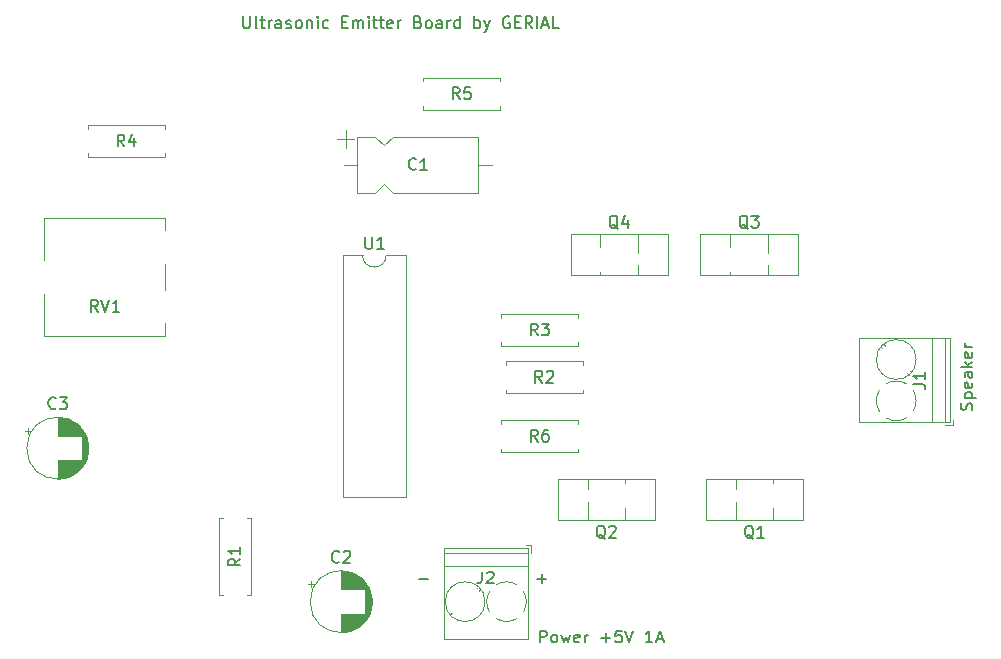
<source format=gbr>
%TF.GenerationSoftware,KiCad,Pcbnew,(5.1.6)-1*%
%TF.CreationDate,2021-09-26T22:49:30+03:00*%
%TF.ProjectId,emitter,656d6974-7465-4722-9e6b-696361645f70,rev?*%
%TF.SameCoordinates,Original*%
%TF.FileFunction,Legend,Top*%
%TF.FilePolarity,Positive*%
%FSLAX46Y46*%
G04 Gerber Fmt 4.6, Leading zero omitted, Abs format (unit mm)*
G04 Created by KiCad (PCBNEW (5.1.6)-1) date 2021-09-26 22:49:30*
%MOMM*%
%LPD*%
G01*
G04 APERTURE LIST*
%ADD10C,0.150000*%
%ADD11C,0.120000*%
G04 APERTURE END LIST*
D10*
X77714285Y-75452380D02*
X77714285Y-76261904D01*
X77761904Y-76357142D01*
X77809523Y-76404761D01*
X77904761Y-76452380D01*
X78095238Y-76452380D01*
X78190476Y-76404761D01*
X78238095Y-76357142D01*
X78285714Y-76261904D01*
X78285714Y-75452380D01*
X78904761Y-76452380D02*
X78809523Y-76404761D01*
X78761904Y-76309523D01*
X78761904Y-75452380D01*
X79142857Y-75785714D02*
X79523809Y-75785714D01*
X79285714Y-75452380D02*
X79285714Y-76309523D01*
X79333333Y-76404761D01*
X79428571Y-76452380D01*
X79523809Y-76452380D01*
X79857142Y-76452380D02*
X79857142Y-75785714D01*
X79857142Y-75976190D02*
X79904761Y-75880952D01*
X79952380Y-75833333D01*
X80047619Y-75785714D01*
X80142857Y-75785714D01*
X80904761Y-76452380D02*
X80904761Y-75928571D01*
X80857142Y-75833333D01*
X80761904Y-75785714D01*
X80571428Y-75785714D01*
X80476190Y-75833333D01*
X80904761Y-76404761D02*
X80809523Y-76452380D01*
X80571428Y-76452380D01*
X80476190Y-76404761D01*
X80428571Y-76309523D01*
X80428571Y-76214285D01*
X80476190Y-76119047D01*
X80571428Y-76071428D01*
X80809523Y-76071428D01*
X80904761Y-76023809D01*
X81333333Y-76404761D02*
X81428571Y-76452380D01*
X81619047Y-76452380D01*
X81714285Y-76404761D01*
X81761904Y-76309523D01*
X81761904Y-76261904D01*
X81714285Y-76166666D01*
X81619047Y-76119047D01*
X81476190Y-76119047D01*
X81380952Y-76071428D01*
X81333333Y-75976190D01*
X81333333Y-75928571D01*
X81380952Y-75833333D01*
X81476190Y-75785714D01*
X81619047Y-75785714D01*
X81714285Y-75833333D01*
X82333333Y-76452380D02*
X82238095Y-76404761D01*
X82190476Y-76357142D01*
X82142857Y-76261904D01*
X82142857Y-75976190D01*
X82190476Y-75880952D01*
X82238095Y-75833333D01*
X82333333Y-75785714D01*
X82476190Y-75785714D01*
X82571428Y-75833333D01*
X82619047Y-75880952D01*
X82666666Y-75976190D01*
X82666666Y-76261904D01*
X82619047Y-76357142D01*
X82571428Y-76404761D01*
X82476190Y-76452380D01*
X82333333Y-76452380D01*
X83095238Y-75785714D02*
X83095238Y-76452380D01*
X83095238Y-75880952D02*
X83142857Y-75833333D01*
X83238095Y-75785714D01*
X83380952Y-75785714D01*
X83476190Y-75833333D01*
X83523809Y-75928571D01*
X83523809Y-76452380D01*
X84000000Y-76452380D02*
X84000000Y-75785714D01*
X84000000Y-75452380D02*
X83952380Y-75500000D01*
X84000000Y-75547619D01*
X84047619Y-75500000D01*
X84000000Y-75452380D01*
X84000000Y-75547619D01*
X84904761Y-76404761D02*
X84809523Y-76452380D01*
X84619047Y-76452380D01*
X84523809Y-76404761D01*
X84476190Y-76357142D01*
X84428571Y-76261904D01*
X84428571Y-75976190D01*
X84476190Y-75880952D01*
X84523809Y-75833333D01*
X84619047Y-75785714D01*
X84809523Y-75785714D01*
X84904761Y-75833333D01*
X86095238Y-75928571D02*
X86428571Y-75928571D01*
X86571428Y-76452380D02*
X86095238Y-76452380D01*
X86095238Y-75452380D01*
X86571428Y-75452380D01*
X87000000Y-76452380D02*
X87000000Y-75785714D01*
X87000000Y-75880952D02*
X87047619Y-75833333D01*
X87142857Y-75785714D01*
X87285714Y-75785714D01*
X87380952Y-75833333D01*
X87428571Y-75928571D01*
X87428571Y-76452380D01*
X87428571Y-75928571D02*
X87476190Y-75833333D01*
X87571428Y-75785714D01*
X87714285Y-75785714D01*
X87809523Y-75833333D01*
X87857142Y-75928571D01*
X87857142Y-76452380D01*
X88333333Y-76452380D02*
X88333333Y-75785714D01*
X88333333Y-75452380D02*
X88285714Y-75500000D01*
X88333333Y-75547619D01*
X88380952Y-75500000D01*
X88333333Y-75452380D01*
X88333333Y-75547619D01*
X88666666Y-75785714D02*
X89047619Y-75785714D01*
X88809523Y-75452380D02*
X88809523Y-76309523D01*
X88857142Y-76404761D01*
X88952380Y-76452380D01*
X89047619Y-76452380D01*
X89238095Y-75785714D02*
X89619047Y-75785714D01*
X89380952Y-75452380D02*
X89380952Y-76309523D01*
X89428571Y-76404761D01*
X89523809Y-76452380D01*
X89619047Y-76452380D01*
X90333333Y-76404761D02*
X90238095Y-76452380D01*
X90047619Y-76452380D01*
X89952380Y-76404761D01*
X89904761Y-76309523D01*
X89904761Y-75928571D01*
X89952380Y-75833333D01*
X90047619Y-75785714D01*
X90238095Y-75785714D01*
X90333333Y-75833333D01*
X90380952Y-75928571D01*
X90380952Y-76023809D01*
X89904761Y-76119047D01*
X90809523Y-76452380D02*
X90809523Y-75785714D01*
X90809523Y-75976190D02*
X90857142Y-75880952D01*
X90904761Y-75833333D01*
X91000000Y-75785714D01*
X91095238Y-75785714D01*
X92523809Y-75928571D02*
X92666666Y-75976190D01*
X92714285Y-76023809D01*
X92761904Y-76119047D01*
X92761904Y-76261904D01*
X92714285Y-76357142D01*
X92666666Y-76404761D01*
X92571428Y-76452380D01*
X92190476Y-76452380D01*
X92190476Y-75452380D01*
X92523809Y-75452380D01*
X92619047Y-75500000D01*
X92666666Y-75547619D01*
X92714285Y-75642857D01*
X92714285Y-75738095D01*
X92666666Y-75833333D01*
X92619047Y-75880952D01*
X92523809Y-75928571D01*
X92190476Y-75928571D01*
X93333333Y-76452380D02*
X93238095Y-76404761D01*
X93190476Y-76357142D01*
X93142857Y-76261904D01*
X93142857Y-75976190D01*
X93190476Y-75880952D01*
X93238095Y-75833333D01*
X93333333Y-75785714D01*
X93476190Y-75785714D01*
X93571428Y-75833333D01*
X93619047Y-75880952D01*
X93666666Y-75976190D01*
X93666666Y-76261904D01*
X93619047Y-76357142D01*
X93571428Y-76404761D01*
X93476190Y-76452380D01*
X93333333Y-76452380D01*
X94523809Y-76452380D02*
X94523809Y-75928571D01*
X94476190Y-75833333D01*
X94380952Y-75785714D01*
X94190476Y-75785714D01*
X94095238Y-75833333D01*
X94523809Y-76404761D02*
X94428571Y-76452380D01*
X94190476Y-76452380D01*
X94095238Y-76404761D01*
X94047619Y-76309523D01*
X94047619Y-76214285D01*
X94095238Y-76119047D01*
X94190476Y-76071428D01*
X94428571Y-76071428D01*
X94523809Y-76023809D01*
X95000000Y-76452380D02*
X95000000Y-75785714D01*
X95000000Y-75976190D02*
X95047619Y-75880952D01*
X95095238Y-75833333D01*
X95190476Y-75785714D01*
X95285714Y-75785714D01*
X96047619Y-76452380D02*
X96047619Y-75452380D01*
X96047619Y-76404761D02*
X95952380Y-76452380D01*
X95761904Y-76452380D01*
X95666666Y-76404761D01*
X95619047Y-76357142D01*
X95571428Y-76261904D01*
X95571428Y-75976190D01*
X95619047Y-75880952D01*
X95666666Y-75833333D01*
X95761904Y-75785714D01*
X95952380Y-75785714D01*
X96047619Y-75833333D01*
X97285714Y-76452380D02*
X97285714Y-75452380D01*
X97285714Y-75833333D02*
X97380952Y-75785714D01*
X97571428Y-75785714D01*
X97666666Y-75833333D01*
X97714285Y-75880952D01*
X97761904Y-75976190D01*
X97761904Y-76261904D01*
X97714285Y-76357142D01*
X97666666Y-76404761D01*
X97571428Y-76452380D01*
X97380952Y-76452380D01*
X97285714Y-76404761D01*
X98095238Y-75785714D02*
X98333333Y-76452380D01*
X98571428Y-75785714D02*
X98333333Y-76452380D01*
X98238095Y-76690476D01*
X98190476Y-76738095D01*
X98095238Y-76785714D01*
X100238095Y-75500000D02*
X100142857Y-75452380D01*
X100000000Y-75452380D01*
X99857142Y-75500000D01*
X99761904Y-75595238D01*
X99714285Y-75690476D01*
X99666666Y-75880952D01*
X99666666Y-76023809D01*
X99714285Y-76214285D01*
X99761904Y-76309523D01*
X99857142Y-76404761D01*
X100000000Y-76452380D01*
X100095238Y-76452380D01*
X100238095Y-76404761D01*
X100285714Y-76357142D01*
X100285714Y-76023809D01*
X100095238Y-76023809D01*
X100714285Y-75928571D02*
X101047619Y-75928571D01*
X101190476Y-76452380D02*
X100714285Y-76452380D01*
X100714285Y-75452380D01*
X101190476Y-75452380D01*
X102190476Y-76452380D02*
X101857142Y-75976190D01*
X101619047Y-76452380D02*
X101619047Y-75452380D01*
X102000000Y-75452380D01*
X102095238Y-75500000D01*
X102142857Y-75547619D01*
X102190476Y-75642857D01*
X102190476Y-75785714D01*
X102142857Y-75880952D01*
X102095238Y-75928571D01*
X102000000Y-75976190D01*
X101619047Y-75976190D01*
X102619047Y-76452380D02*
X102619047Y-75452380D01*
X103047619Y-76166666D02*
X103523809Y-76166666D01*
X102952380Y-76452380D02*
X103285714Y-75452380D01*
X103619047Y-76452380D01*
X104428571Y-76452380D02*
X103952380Y-76452380D01*
X103952380Y-75452380D01*
X139404761Y-108761904D02*
X139452380Y-108619047D01*
X139452380Y-108380952D01*
X139404761Y-108285714D01*
X139357142Y-108238095D01*
X139261904Y-108190476D01*
X139166666Y-108190476D01*
X139071428Y-108238095D01*
X139023809Y-108285714D01*
X138976190Y-108380952D01*
X138928571Y-108571428D01*
X138880952Y-108666666D01*
X138833333Y-108714285D01*
X138738095Y-108761904D01*
X138642857Y-108761904D01*
X138547619Y-108714285D01*
X138500000Y-108666666D01*
X138452380Y-108571428D01*
X138452380Y-108333333D01*
X138500000Y-108190476D01*
X138785714Y-107761904D02*
X139785714Y-107761904D01*
X138833333Y-107761904D02*
X138785714Y-107666666D01*
X138785714Y-107476190D01*
X138833333Y-107380952D01*
X138880952Y-107333333D01*
X138976190Y-107285714D01*
X139261904Y-107285714D01*
X139357142Y-107333333D01*
X139404761Y-107380952D01*
X139452380Y-107476190D01*
X139452380Y-107666666D01*
X139404761Y-107761904D01*
X139404761Y-106476190D02*
X139452380Y-106571428D01*
X139452380Y-106761904D01*
X139404761Y-106857142D01*
X139309523Y-106904761D01*
X138928571Y-106904761D01*
X138833333Y-106857142D01*
X138785714Y-106761904D01*
X138785714Y-106571428D01*
X138833333Y-106476190D01*
X138928571Y-106428571D01*
X139023809Y-106428571D01*
X139119047Y-106904761D01*
X139452380Y-105571428D02*
X138928571Y-105571428D01*
X138833333Y-105619047D01*
X138785714Y-105714285D01*
X138785714Y-105904761D01*
X138833333Y-106000000D01*
X139404761Y-105571428D02*
X139452380Y-105666666D01*
X139452380Y-105904761D01*
X139404761Y-106000000D01*
X139309523Y-106047619D01*
X139214285Y-106047619D01*
X139119047Y-106000000D01*
X139071428Y-105904761D01*
X139071428Y-105666666D01*
X139023809Y-105571428D01*
X139452380Y-105095238D02*
X138452380Y-105095238D01*
X139071428Y-105000000D02*
X139452380Y-104714285D01*
X138785714Y-104714285D02*
X139166666Y-105095238D01*
X139404761Y-103904761D02*
X139452380Y-104000000D01*
X139452380Y-104190476D01*
X139404761Y-104285714D01*
X139309523Y-104333333D01*
X138928571Y-104333333D01*
X138833333Y-104285714D01*
X138785714Y-104190476D01*
X138785714Y-104000000D01*
X138833333Y-103904761D01*
X138928571Y-103857142D01*
X139023809Y-103857142D01*
X139119047Y-104333333D01*
X139452380Y-103428571D02*
X138785714Y-103428571D01*
X138976190Y-103428571D02*
X138880952Y-103380952D01*
X138833333Y-103333333D01*
X138785714Y-103238095D01*
X138785714Y-103142857D01*
X102833333Y-128452380D02*
X102833333Y-127452380D01*
X103214285Y-127452380D01*
X103309523Y-127500000D01*
X103357142Y-127547619D01*
X103404761Y-127642857D01*
X103404761Y-127785714D01*
X103357142Y-127880952D01*
X103309523Y-127928571D01*
X103214285Y-127976190D01*
X102833333Y-127976190D01*
X103976190Y-128452380D02*
X103880952Y-128404761D01*
X103833333Y-128357142D01*
X103785714Y-128261904D01*
X103785714Y-127976190D01*
X103833333Y-127880952D01*
X103880952Y-127833333D01*
X103976190Y-127785714D01*
X104119047Y-127785714D01*
X104214285Y-127833333D01*
X104261904Y-127880952D01*
X104309523Y-127976190D01*
X104309523Y-128261904D01*
X104261904Y-128357142D01*
X104214285Y-128404761D01*
X104119047Y-128452380D01*
X103976190Y-128452380D01*
X104642857Y-127785714D02*
X104833333Y-128452380D01*
X105023809Y-127976190D01*
X105214285Y-128452380D01*
X105404761Y-127785714D01*
X106166666Y-128404761D02*
X106071428Y-128452380D01*
X105880952Y-128452380D01*
X105785714Y-128404761D01*
X105738095Y-128309523D01*
X105738095Y-127928571D01*
X105785714Y-127833333D01*
X105880952Y-127785714D01*
X106071428Y-127785714D01*
X106166666Y-127833333D01*
X106214285Y-127928571D01*
X106214285Y-128023809D01*
X105738095Y-128119047D01*
X106642857Y-128452380D02*
X106642857Y-127785714D01*
X106642857Y-127976190D02*
X106690476Y-127880952D01*
X106738095Y-127833333D01*
X106833333Y-127785714D01*
X106928571Y-127785714D01*
X108023809Y-128071428D02*
X108785714Y-128071428D01*
X108404761Y-128452380D02*
X108404761Y-127690476D01*
X109738095Y-127452380D02*
X109261904Y-127452380D01*
X109214285Y-127928571D01*
X109261904Y-127880952D01*
X109357142Y-127833333D01*
X109595238Y-127833333D01*
X109690476Y-127880952D01*
X109738095Y-127928571D01*
X109785714Y-128023809D01*
X109785714Y-128261904D01*
X109738095Y-128357142D01*
X109690476Y-128404761D01*
X109595238Y-128452380D01*
X109357142Y-128452380D01*
X109261904Y-128404761D01*
X109214285Y-128357142D01*
X110071428Y-127452380D02*
X110404761Y-128452380D01*
X110738095Y-127452380D01*
X112357142Y-128452380D02*
X111785714Y-128452380D01*
X112071428Y-128452380D02*
X112071428Y-127452380D01*
X111976190Y-127595238D01*
X111880952Y-127690476D01*
X111785714Y-127738095D01*
X112738095Y-128166666D02*
X113214285Y-128166666D01*
X112642857Y-128452380D02*
X112976190Y-127452380D01*
X113309523Y-128452380D01*
X92619047Y-123071428D02*
X93380952Y-123071428D01*
X102619047Y-123071428D02*
X103380952Y-123071428D01*
X103000000Y-123452380D02*
X103000000Y-122690476D01*
D11*
%TO.C,J2*%
X99971326Y-123319901D02*
G75*
G02*
X100866000Y-123560000I28674J-1680099D01*
G01*
X101425358Y-124110106D02*
G75*
G02*
X101440000Y-125866000I-1425358J-889894D01*
G01*
X100889894Y-126425358D02*
G75*
G02*
X99134000Y-126440000I-889894J1425358D01*
G01*
X98574495Y-125890193D02*
G75*
G02*
X98575000Y-124109000I1425505J890193D01*
G01*
X99109736Y-123575279D02*
G75*
G02*
X100000000Y-123320000I890264J-1424721D01*
G01*
X98180000Y-125000000D02*
G75*
G03*
X98180000Y-125000000I-1680000J0D01*
G01*
X101810000Y-120900000D02*
X94690000Y-120900000D01*
X101810000Y-122000000D02*
X94690000Y-122000000D01*
X101810000Y-128160000D02*
X94690000Y-128160000D01*
X101810000Y-120440000D02*
X94690000Y-120440000D01*
X101810000Y-128160000D02*
X101810000Y-120440000D01*
X94690000Y-128160000D02*
X94690000Y-120440000D01*
X95225000Y-126069000D02*
X95354000Y-125941000D01*
X97475000Y-123819000D02*
X97569000Y-123726000D01*
X95430000Y-126275000D02*
X95524000Y-126181000D01*
X97645000Y-124059000D02*
X97774000Y-123931000D01*
X102050000Y-120840000D02*
X102050000Y-120200000D01*
X102050000Y-120200000D02*
X101650000Y-120200000D01*
%TO.C,C1*%
X98760000Y-88000000D02*
X97620000Y-88000000D01*
X86240000Y-88000000D02*
X87380000Y-88000000D01*
X90380000Y-90370000D02*
X97620000Y-90370000D01*
X89630000Y-89620000D02*
X90380000Y-90370000D01*
X88880000Y-90370000D02*
X89630000Y-89620000D01*
X87380000Y-90370000D02*
X88880000Y-90370000D01*
X90380000Y-85630000D02*
X97620000Y-85630000D01*
X89630000Y-86380000D02*
X90380000Y-85630000D01*
X88880000Y-85630000D02*
X89630000Y-86380000D01*
X87380000Y-85630000D02*
X88880000Y-85630000D01*
X97620000Y-85630000D02*
X97620000Y-90370000D01*
X87380000Y-85630000D02*
X87380000Y-90370000D01*
X86380000Y-85050000D02*
X86380000Y-86550000D01*
X85630000Y-85800000D02*
X87130000Y-85800000D01*
%TO.C,C2*%
X83445225Y-123275000D02*
X83445225Y-123775000D01*
X83195225Y-123525000D02*
X83695225Y-123525000D01*
X88601000Y-124716000D02*
X88601000Y-125284000D01*
X88561000Y-124482000D02*
X88561000Y-125518000D01*
X88521000Y-124323000D02*
X88521000Y-125677000D01*
X88481000Y-124195000D02*
X88481000Y-125805000D01*
X88441000Y-124085000D02*
X88441000Y-125915000D01*
X88401000Y-123989000D02*
X88401000Y-126011000D01*
X88361000Y-123902000D02*
X88361000Y-126098000D01*
X88321000Y-123822000D02*
X88321000Y-126178000D01*
X88281000Y-123749000D02*
X88281000Y-126251000D01*
X88241000Y-123681000D02*
X88241000Y-126319000D01*
X88201000Y-123617000D02*
X88201000Y-126383000D01*
X88161000Y-123557000D02*
X88161000Y-126443000D01*
X88121000Y-123500000D02*
X88121000Y-126500000D01*
X88081000Y-123446000D02*
X88081000Y-126554000D01*
X88041000Y-123395000D02*
X88041000Y-126605000D01*
X88001000Y-126040000D02*
X88001000Y-126653000D01*
X88001000Y-123347000D02*
X88001000Y-123960000D01*
X87961000Y-126040000D02*
X87961000Y-126699000D01*
X87961000Y-123301000D02*
X87961000Y-123960000D01*
X87921000Y-126040000D02*
X87921000Y-126743000D01*
X87921000Y-123257000D02*
X87921000Y-123960000D01*
X87881000Y-126040000D02*
X87881000Y-126785000D01*
X87881000Y-123215000D02*
X87881000Y-123960000D01*
X87841000Y-126040000D02*
X87841000Y-126826000D01*
X87841000Y-123174000D02*
X87841000Y-123960000D01*
X87801000Y-126040000D02*
X87801000Y-126864000D01*
X87801000Y-123136000D02*
X87801000Y-123960000D01*
X87761000Y-126040000D02*
X87761000Y-126901000D01*
X87761000Y-123099000D02*
X87761000Y-123960000D01*
X87721000Y-126040000D02*
X87721000Y-126937000D01*
X87721000Y-123063000D02*
X87721000Y-123960000D01*
X87681000Y-126040000D02*
X87681000Y-126971000D01*
X87681000Y-123029000D02*
X87681000Y-123960000D01*
X87641000Y-126040000D02*
X87641000Y-127004000D01*
X87641000Y-122996000D02*
X87641000Y-123960000D01*
X87601000Y-126040000D02*
X87601000Y-127035000D01*
X87601000Y-122965000D02*
X87601000Y-123960000D01*
X87561000Y-126040000D02*
X87561000Y-127065000D01*
X87561000Y-122935000D02*
X87561000Y-123960000D01*
X87521000Y-126040000D02*
X87521000Y-127095000D01*
X87521000Y-122905000D02*
X87521000Y-123960000D01*
X87481000Y-126040000D02*
X87481000Y-127122000D01*
X87481000Y-122878000D02*
X87481000Y-123960000D01*
X87441000Y-126040000D02*
X87441000Y-127149000D01*
X87441000Y-122851000D02*
X87441000Y-123960000D01*
X87401000Y-126040000D02*
X87401000Y-127175000D01*
X87401000Y-122825000D02*
X87401000Y-123960000D01*
X87361000Y-126040000D02*
X87361000Y-127200000D01*
X87361000Y-122800000D02*
X87361000Y-123960000D01*
X87321000Y-126040000D02*
X87321000Y-127224000D01*
X87321000Y-122776000D02*
X87321000Y-123960000D01*
X87281000Y-126040000D02*
X87281000Y-127247000D01*
X87281000Y-122753000D02*
X87281000Y-123960000D01*
X87241000Y-126040000D02*
X87241000Y-127268000D01*
X87241000Y-122732000D02*
X87241000Y-123960000D01*
X87201000Y-126040000D02*
X87201000Y-127290000D01*
X87201000Y-122710000D02*
X87201000Y-123960000D01*
X87161000Y-126040000D02*
X87161000Y-127310000D01*
X87161000Y-122690000D02*
X87161000Y-123960000D01*
X87121000Y-126040000D02*
X87121000Y-127329000D01*
X87121000Y-122671000D02*
X87121000Y-123960000D01*
X87081000Y-126040000D02*
X87081000Y-127348000D01*
X87081000Y-122652000D02*
X87081000Y-123960000D01*
X87041000Y-126040000D02*
X87041000Y-127365000D01*
X87041000Y-122635000D02*
X87041000Y-123960000D01*
X87001000Y-126040000D02*
X87001000Y-127382000D01*
X87001000Y-122618000D02*
X87001000Y-123960000D01*
X86961000Y-126040000D02*
X86961000Y-127398000D01*
X86961000Y-122602000D02*
X86961000Y-123960000D01*
X86921000Y-126040000D02*
X86921000Y-127414000D01*
X86921000Y-122586000D02*
X86921000Y-123960000D01*
X86881000Y-126040000D02*
X86881000Y-127428000D01*
X86881000Y-122572000D02*
X86881000Y-123960000D01*
X86841000Y-126040000D02*
X86841000Y-127442000D01*
X86841000Y-122558000D02*
X86841000Y-123960000D01*
X86801000Y-126040000D02*
X86801000Y-127455000D01*
X86801000Y-122545000D02*
X86801000Y-123960000D01*
X86761000Y-126040000D02*
X86761000Y-127468000D01*
X86761000Y-122532000D02*
X86761000Y-123960000D01*
X86721000Y-126040000D02*
X86721000Y-127480000D01*
X86721000Y-122520000D02*
X86721000Y-123960000D01*
X86680000Y-126040000D02*
X86680000Y-127491000D01*
X86680000Y-122509000D02*
X86680000Y-123960000D01*
X86640000Y-126040000D02*
X86640000Y-127501000D01*
X86640000Y-122499000D02*
X86640000Y-123960000D01*
X86600000Y-126040000D02*
X86600000Y-127511000D01*
X86600000Y-122489000D02*
X86600000Y-123960000D01*
X86560000Y-126040000D02*
X86560000Y-127520000D01*
X86560000Y-122480000D02*
X86560000Y-123960000D01*
X86520000Y-126040000D02*
X86520000Y-127528000D01*
X86520000Y-122472000D02*
X86520000Y-123960000D01*
X86480000Y-126040000D02*
X86480000Y-127536000D01*
X86480000Y-122464000D02*
X86480000Y-123960000D01*
X86440000Y-126040000D02*
X86440000Y-127543000D01*
X86440000Y-122457000D02*
X86440000Y-123960000D01*
X86400000Y-126040000D02*
X86400000Y-127550000D01*
X86400000Y-122450000D02*
X86400000Y-123960000D01*
X86360000Y-126040000D02*
X86360000Y-127556000D01*
X86360000Y-122444000D02*
X86360000Y-123960000D01*
X86320000Y-126040000D02*
X86320000Y-127561000D01*
X86320000Y-122439000D02*
X86320000Y-123960000D01*
X86280000Y-126040000D02*
X86280000Y-127565000D01*
X86280000Y-122435000D02*
X86280000Y-123960000D01*
X86240000Y-126040000D02*
X86240000Y-127569000D01*
X86240000Y-122431000D02*
X86240000Y-123960000D01*
X86200000Y-126040000D02*
X86200000Y-127573000D01*
X86200000Y-122427000D02*
X86200000Y-123960000D01*
X86160000Y-126040000D02*
X86160000Y-127576000D01*
X86160000Y-122424000D02*
X86160000Y-123960000D01*
X86120000Y-126040000D02*
X86120000Y-127578000D01*
X86120000Y-122422000D02*
X86120000Y-123960000D01*
X86080000Y-126040000D02*
X86080000Y-127579000D01*
X86080000Y-122421000D02*
X86080000Y-123960000D01*
X86040000Y-122420000D02*
X86040000Y-123960000D01*
X86040000Y-126040000D02*
X86040000Y-127580000D01*
X86000000Y-122420000D02*
X86000000Y-123960000D01*
X86000000Y-126040000D02*
X86000000Y-127580000D01*
X88620000Y-125000000D02*
G75*
G03*
X88620000Y-125000000I-2620000J0D01*
G01*
%TO.C,C3*%
X64620000Y-112000000D02*
G75*
G03*
X64620000Y-112000000I-2620000J0D01*
G01*
X62000000Y-113040000D02*
X62000000Y-114580000D01*
X62000000Y-109420000D02*
X62000000Y-110960000D01*
X62040000Y-113040000D02*
X62040000Y-114580000D01*
X62040000Y-109420000D02*
X62040000Y-110960000D01*
X62080000Y-109421000D02*
X62080000Y-110960000D01*
X62080000Y-113040000D02*
X62080000Y-114579000D01*
X62120000Y-109422000D02*
X62120000Y-110960000D01*
X62120000Y-113040000D02*
X62120000Y-114578000D01*
X62160000Y-109424000D02*
X62160000Y-110960000D01*
X62160000Y-113040000D02*
X62160000Y-114576000D01*
X62200000Y-109427000D02*
X62200000Y-110960000D01*
X62200000Y-113040000D02*
X62200000Y-114573000D01*
X62240000Y-109431000D02*
X62240000Y-110960000D01*
X62240000Y-113040000D02*
X62240000Y-114569000D01*
X62280000Y-109435000D02*
X62280000Y-110960000D01*
X62280000Y-113040000D02*
X62280000Y-114565000D01*
X62320000Y-109439000D02*
X62320000Y-110960000D01*
X62320000Y-113040000D02*
X62320000Y-114561000D01*
X62360000Y-109444000D02*
X62360000Y-110960000D01*
X62360000Y-113040000D02*
X62360000Y-114556000D01*
X62400000Y-109450000D02*
X62400000Y-110960000D01*
X62400000Y-113040000D02*
X62400000Y-114550000D01*
X62440000Y-109457000D02*
X62440000Y-110960000D01*
X62440000Y-113040000D02*
X62440000Y-114543000D01*
X62480000Y-109464000D02*
X62480000Y-110960000D01*
X62480000Y-113040000D02*
X62480000Y-114536000D01*
X62520000Y-109472000D02*
X62520000Y-110960000D01*
X62520000Y-113040000D02*
X62520000Y-114528000D01*
X62560000Y-109480000D02*
X62560000Y-110960000D01*
X62560000Y-113040000D02*
X62560000Y-114520000D01*
X62600000Y-109489000D02*
X62600000Y-110960000D01*
X62600000Y-113040000D02*
X62600000Y-114511000D01*
X62640000Y-109499000D02*
X62640000Y-110960000D01*
X62640000Y-113040000D02*
X62640000Y-114501000D01*
X62680000Y-109509000D02*
X62680000Y-110960000D01*
X62680000Y-113040000D02*
X62680000Y-114491000D01*
X62721000Y-109520000D02*
X62721000Y-110960000D01*
X62721000Y-113040000D02*
X62721000Y-114480000D01*
X62761000Y-109532000D02*
X62761000Y-110960000D01*
X62761000Y-113040000D02*
X62761000Y-114468000D01*
X62801000Y-109545000D02*
X62801000Y-110960000D01*
X62801000Y-113040000D02*
X62801000Y-114455000D01*
X62841000Y-109558000D02*
X62841000Y-110960000D01*
X62841000Y-113040000D02*
X62841000Y-114442000D01*
X62881000Y-109572000D02*
X62881000Y-110960000D01*
X62881000Y-113040000D02*
X62881000Y-114428000D01*
X62921000Y-109586000D02*
X62921000Y-110960000D01*
X62921000Y-113040000D02*
X62921000Y-114414000D01*
X62961000Y-109602000D02*
X62961000Y-110960000D01*
X62961000Y-113040000D02*
X62961000Y-114398000D01*
X63001000Y-109618000D02*
X63001000Y-110960000D01*
X63001000Y-113040000D02*
X63001000Y-114382000D01*
X63041000Y-109635000D02*
X63041000Y-110960000D01*
X63041000Y-113040000D02*
X63041000Y-114365000D01*
X63081000Y-109652000D02*
X63081000Y-110960000D01*
X63081000Y-113040000D02*
X63081000Y-114348000D01*
X63121000Y-109671000D02*
X63121000Y-110960000D01*
X63121000Y-113040000D02*
X63121000Y-114329000D01*
X63161000Y-109690000D02*
X63161000Y-110960000D01*
X63161000Y-113040000D02*
X63161000Y-114310000D01*
X63201000Y-109710000D02*
X63201000Y-110960000D01*
X63201000Y-113040000D02*
X63201000Y-114290000D01*
X63241000Y-109732000D02*
X63241000Y-110960000D01*
X63241000Y-113040000D02*
X63241000Y-114268000D01*
X63281000Y-109753000D02*
X63281000Y-110960000D01*
X63281000Y-113040000D02*
X63281000Y-114247000D01*
X63321000Y-109776000D02*
X63321000Y-110960000D01*
X63321000Y-113040000D02*
X63321000Y-114224000D01*
X63361000Y-109800000D02*
X63361000Y-110960000D01*
X63361000Y-113040000D02*
X63361000Y-114200000D01*
X63401000Y-109825000D02*
X63401000Y-110960000D01*
X63401000Y-113040000D02*
X63401000Y-114175000D01*
X63441000Y-109851000D02*
X63441000Y-110960000D01*
X63441000Y-113040000D02*
X63441000Y-114149000D01*
X63481000Y-109878000D02*
X63481000Y-110960000D01*
X63481000Y-113040000D02*
X63481000Y-114122000D01*
X63521000Y-109905000D02*
X63521000Y-110960000D01*
X63521000Y-113040000D02*
X63521000Y-114095000D01*
X63561000Y-109935000D02*
X63561000Y-110960000D01*
X63561000Y-113040000D02*
X63561000Y-114065000D01*
X63601000Y-109965000D02*
X63601000Y-110960000D01*
X63601000Y-113040000D02*
X63601000Y-114035000D01*
X63641000Y-109996000D02*
X63641000Y-110960000D01*
X63641000Y-113040000D02*
X63641000Y-114004000D01*
X63681000Y-110029000D02*
X63681000Y-110960000D01*
X63681000Y-113040000D02*
X63681000Y-113971000D01*
X63721000Y-110063000D02*
X63721000Y-110960000D01*
X63721000Y-113040000D02*
X63721000Y-113937000D01*
X63761000Y-110099000D02*
X63761000Y-110960000D01*
X63761000Y-113040000D02*
X63761000Y-113901000D01*
X63801000Y-110136000D02*
X63801000Y-110960000D01*
X63801000Y-113040000D02*
X63801000Y-113864000D01*
X63841000Y-110174000D02*
X63841000Y-110960000D01*
X63841000Y-113040000D02*
X63841000Y-113826000D01*
X63881000Y-110215000D02*
X63881000Y-110960000D01*
X63881000Y-113040000D02*
X63881000Y-113785000D01*
X63921000Y-110257000D02*
X63921000Y-110960000D01*
X63921000Y-113040000D02*
X63921000Y-113743000D01*
X63961000Y-110301000D02*
X63961000Y-110960000D01*
X63961000Y-113040000D02*
X63961000Y-113699000D01*
X64001000Y-110347000D02*
X64001000Y-110960000D01*
X64001000Y-113040000D02*
X64001000Y-113653000D01*
X64041000Y-110395000D02*
X64041000Y-113605000D01*
X64081000Y-110446000D02*
X64081000Y-113554000D01*
X64121000Y-110500000D02*
X64121000Y-113500000D01*
X64161000Y-110557000D02*
X64161000Y-113443000D01*
X64201000Y-110617000D02*
X64201000Y-113383000D01*
X64241000Y-110681000D02*
X64241000Y-113319000D01*
X64281000Y-110749000D02*
X64281000Y-113251000D01*
X64321000Y-110822000D02*
X64321000Y-113178000D01*
X64361000Y-110902000D02*
X64361000Y-113098000D01*
X64401000Y-110989000D02*
X64401000Y-113011000D01*
X64441000Y-111085000D02*
X64441000Y-112915000D01*
X64481000Y-111195000D02*
X64481000Y-112805000D01*
X64521000Y-111323000D02*
X64521000Y-112677000D01*
X64561000Y-111482000D02*
X64561000Y-112518000D01*
X64601000Y-111716000D02*
X64601000Y-112284000D01*
X59195225Y-110525000D02*
X59695225Y-110525000D01*
X59445225Y-110275000D02*
X59445225Y-110775000D01*
%TO.C,J1*%
X137800000Y-110050000D02*
X137800000Y-109650000D01*
X137160000Y-110050000D02*
X137800000Y-110050000D01*
X133941000Y-105645000D02*
X134069000Y-105774000D01*
X131725000Y-103430000D02*
X131819000Y-103524000D01*
X134181000Y-105475000D02*
X134274000Y-105569000D01*
X131931000Y-103225000D02*
X132059000Y-103354000D01*
X129840000Y-102690000D02*
X137560000Y-102690000D01*
X129840000Y-109810000D02*
X137560000Y-109810000D01*
X137560000Y-109810000D02*
X137560000Y-102690000D01*
X129840000Y-109810000D02*
X129840000Y-102690000D01*
X136000000Y-109810000D02*
X136000000Y-102690000D01*
X137100000Y-109810000D02*
X137100000Y-102690000D01*
X134680000Y-104500000D02*
G75*
G03*
X134680000Y-104500000I-1680000J0D01*
G01*
X134424721Y-107109736D02*
G75*
G02*
X134680000Y-108000000I-1424721J-890264D01*
G01*
X132109807Y-106574495D02*
G75*
G02*
X133891000Y-106575000I890193J-1425505D01*
G01*
X131574642Y-108889894D02*
G75*
G02*
X131560000Y-107134000I1425358J889894D01*
G01*
X133889894Y-109425358D02*
G75*
G02*
X132134000Y-109440000I-889894J1425358D01*
G01*
X134680099Y-107971326D02*
G75*
G02*
X134440000Y-108866000I-1680099J-28674D01*
G01*
%TO.C,Q1*%
X125120000Y-118120000D02*
X116880000Y-118120000D01*
X125120000Y-114630000D02*
X116880000Y-114630000D01*
X125120000Y-118120000D02*
X125120000Y-114630000D01*
X116880000Y-118120000D02*
X116880000Y-114630000D01*
X122600000Y-118120000D02*
X122600000Y-117050000D01*
X122600000Y-114950000D02*
X122600000Y-114630000D01*
X119399000Y-118120000D02*
X119399000Y-116540000D01*
X119399000Y-115460000D02*
X119399000Y-114630000D01*
%TO.C,Q2*%
X106859000Y-115460000D02*
X106859000Y-114630000D01*
X106859000Y-118120000D02*
X106859000Y-116540000D01*
X110060000Y-114950000D02*
X110060000Y-114630000D01*
X110060000Y-118120000D02*
X110060000Y-117050000D01*
X104340000Y-118120000D02*
X104340000Y-114630000D01*
X112580000Y-118120000D02*
X112580000Y-114630000D01*
X112580000Y-114630000D02*
X104340000Y-114630000D01*
X112580000Y-118120000D02*
X104340000Y-118120000D01*
%TO.C,Q3*%
X122141000Y-96540000D02*
X122141000Y-97370000D01*
X122141000Y-93880000D02*
X122141000Y-95460000D01*
X118940000Y-97050000D02*
X118940000Y-97370000D01*
X118940000Y-93880000D02*
X118940000Y-94950000D01*
X124660000Y-93880000D02*
X124660000Y-97370000D01*
X116420000Y-93880000D02*
X116420000Y-97370000D01*
X116420000Y-97370000D02*
X124660000Y-97370000D01*
X116420000Y-93880000D02*
X124660000Y-93880000D01*
%TO.C,Q4*%
X111141000Y-96540000D02*
X111141000Y-97370000D01*
X111141000Y-93880000D02*
X111141000Y-95460000D01*
X107940000Y-97050000D02*
X107940000Y-97370000D01*
X107940000Y-93880000D02*
X107940000Y-94950000D01*
X113660000Y-93880000D02*
X113660000Y-97370000D01*
X105420000Y-93880000D02*
X105420000Y-97370000D01*
X105420000Y-97370000D02*
X113660000Y-97370000D01*
X105420000Y-93880000D02*
X113660000Y-93880000D01*
%TO.C,R1*%
X78370000Y-117920000D02*
X78040000Y-117920000D01*
X78370000Y-124460000D02*
X78370000Y-117920000D01*
X78040000Y-124460000D02*
X78370000Y-124460000D01*
X75630000Y-117920000D02*
X75960000Y-117920000D01*
X75630000Y-124460000D02*
X75630000Y-117920000D01*
X75960000Y-124460000D02*
X75630000Y-124460000D01*
%TO.C,R2*%
X106460000Y-107040000D02*
X106460000Y-107370000D01*
X106460000Y-107370000D02*
X99920000Y-107370000D01*
X99920000Y-107370000D02*
X99920000Y-107040000D01*
X106460000Y-104960000D02*
X106460000Y-104630000D01*
X106460000Y-104630000D02*
X99920000Y-104630000D01*
X99920000Y-104630000D02*
X99920000Y-104960000D01*
%TO.C,R3*%
X99540000Y-100960000D02*
X99540000Y-100630000D01*
X99540000Y-100630000D02*
X106080000Y-100630000D01*
X106080000Y-100630000D02*
X106080000Y-100960000D01*
X99540000Y-103040000D02*
X99540000Y-103370000D01*
X99540000Y-103370000D02*
X106080000Y-103370000D01*
X106080000Y-103370000D02*
X106080000Y-103040000D01*
%TO.C,R4*%
X71080000Y-87370000D02*
X71080000Y-87040000D01*
X64540000Y-87370000D02*
X71080000Y-87370000D01*
X64540000Y-87040000D02*
X64540000Y-87370000D01*
X71080000Y-84630000D02*
X71080000Y-84960000D01*
X64540000Y-84630000D02*
X71080000Y-84630000D01*
X64540000Y-84960000D02*
X64540000Y-84630000D01*
%TO.C,R5*%
X99460000Y-83040000D02*
X99460000Y-83370000D01*
X99460000Y-83370000D02*
X92920000Y-83370000D01*
X92920000Y-83370000D02*
X92920000Y-83040000D01*
X99460000Y-80960000D02*
X99460000Y-80630000D01*
X99460000Y-80630000D02*
X92920000Y-80630000D01*
X92920000Y-80630000D02*
X92920000Y-80960000D01*
%TO.C,R6*%
X99540000Y-109960000D02*
X99540000Y-109630000D01*
X99540000Y-109630000D02*
X106080000Y-109630000D01*
X106080000Y-109630000D02*
X106080000Y-109960000D01*
X99540000Y-112040000D02*
X99540000Y-112370000D01*
X99540000Y-112370000D02*
X106080000Y-112370000D01*
X106080000Y-112370000D02*
X106080000Y-112040000D01*
%TO.C,RV1*%
X60880000Y-96075000D02*
X60880000Y-92480000D01*
X60880000Y-102521000D02*
X60880000Y-98925000D01*
X71120000Y-93575000D02*
X71120000Y-92480000D01*
X71120000Y-98574000D02*
X71120000Y-96425000D01*
X71120000Y-102521000D02*
X71120000Y-101426000D01*
X71120000Y-92480000D02*
X60880000Y-92480000D01*
X71120000Y-102521000D02*
X60880000Y-102521000D01*
%TO.C,U1*%
X91460000Y-95670000D02*
X89810000Y-95670000D01*
X91460000Y-116110000D02*
X91460000Y-95670000D01*
X86160000Y-116110000D02*
X91460000Y-116110000D01*
X86160000Y-95670000D02*
X86160000Y-116110000D01*
X87810000Y-95670000D02*
X86160000Y-95670000D01*
X89810000Y-95670000D02*
G75*
G02*
X87810000Y-95670000I-1000000J0D01*
G01*
%TO.C,J2*%
D10*
X97916666Y-122452380D02*
X97916666Y-123166666D01*
X97869047Y-123309523D01*
X97773809Y-123404761D01*
X97630952Y-123452380D01*
X97535714Y-123452380D01*
X98345238Y-122547619D02*
X98392857Y-122500000D01*
X98488095Y-122452380D01*
X98726190Y-122452380D01*
X98821428Y-122500000D01*
X98869047Y-122547619D01*
X98916666Y-122642857D01*
X98916666Y-122738095D01*
X98869047Y-122880952D01*
X98297619Y-123452380D01*
X98916666Y-123452380D01*
%TO.C,C1*%
X92333333Y-88357142D02*
X92285714Y-88404761D01*
X92142857Y-88452380D01*
X92047619Y-88452380D01*
X91904761Y-88404761D01*
X91809523Y-88309523D01*
X91761904Y-88214285D01*
X91714285Y-88023809D01*
X91714285Y-87880952D01*
X91761904Y-87690476D01*
X91809523Y-87595238D01*
X91904761Y-87500000D01*
X92047619Y-87452380D01*
X92142857Y-87452380D01*
X92285714Y-87500000D01*
X92333333Y-87547619D01*
X93285714Y-88452380D02*
X92714285Y-88452380D01*
X93000000Y-88452380D02*
X93000000Y-87452380D01*
X92904761Y-87595238D01*
X92809523Y-87690476D01*
X92714285Y-87738095D01*
%TO.C,C2*%
X85833333Y-121607142D02*
X85785714Y-121654761D01*
X85642857Y-121702380D01*
X85547619Y-121702380D01*
X85404761Y-121654761D01*
X85309523Y-121559523D01*
X85261904Y-121464285D01*
X85214285Y-121273809D01*
X85214285Y-121130952D01*
X85261904Y-120940476D01*
X85309523Y-120845238D01*
X85404761Y-120750000D01*
X85547619Y-120702380D01*
X85642857Y-120702380D01*
X85785714Y-120750000D01*
X85833333Y-120797619D01*
X86214285Y-120797619D02*
X86261904Y-120750000D01*
X86357142Y-120702380D01*
X86595238Y-120702380D01*
X86690476Y-120750000D01*
X86738095Y-120797619D01*
X86785714Y-120892857D01*
X86785714Y-120988095D01*
X86738095Y-121130952D01*
X86166666Y-121702380D01*
X86785714Y-121702380D01*
%TO.C,C3*%
X61833333Y-108607142D02*
X61785714Y-108654761D01*
X61642857Y-108702380D01*
X61547619Y-108702380D01*
X61404761Y-108654761D01*
X61309523Y-108559523D01*
X61261904Y-108464285D01*
X61214285Y-108273809D01*
X61214285Y-108130952D01*
X61261904Y-107940476D01*
X61309523Y-107845238D01*
X61404761Y-107750000D01*
X61547619Y-107702380D01*
X61642857Y-107702380D01*
X61785714Y-107750000D01*
X61833333Y-107797619D01*
X62166666Y-107702380D02*
X62785714Y-107702380D01*
X62452380Y-108083333D01*
X62595238Y-108083333D01*
X62690476Y-108130952D01*
X62738095Y-108178571D01*
X62785714Y-108273809D01*
X62785714Y-108511904D01*
X62738095Y-108607142D01*
X62690476Y-108654761D01*
X62595238Y-108702380D01*
X62309523Y-108702380D01*
X62214285Y-108654761D01*
X62166666Y-108607142D01*
%TO.C,J1*%
X134452380Y-106583333D02*
X135166666Y-106583333D01*
X135309523Y-106630952D01*
X135404761Y-106726190D01*
X135452380Y-106869047D01*
X135452380Y-106964285D01*
X135452380Y-105583333D02*
X135452380Y-106154761D01*
X135452380Y-105869047D02*
X134452380Y-105869047D01*
X134595238Y-105964285D01*
X134690476Y-106059523D01*
X134738095Y-106154761D01*
%TO.C,Q1*%
X120904761Y-119667619D02*
X120809523Y-119620000D01*
X120714285Y-119524761D01*
X120571428Y-119381904D01*
X120476190Y-119334285D01*
X120380952Y-119334285D01*
X120428571Y-119572380D02*
X120333333Y-119524761D01*
X120238095Y-119429523D01*
X120190476Y-119239047D01*
X120190476Y-118905714D01*
X120238095Y-118715238D01*
X120333333Y-118620000D01*
X120428571Y-118572380D01*
X120619047Y-118572380D01*
X120714285Y-118620000D01*
X120809523Y-118715238D01*
X120857142Y-118905714D01*
X120857142Y-119239047D01*
X120809523Y-119429523D01*
X120714285Y-119524761D01*
X120619047Y-119572380D01*
X120428571Y-119572380D01*
X121809523Y-119572380D02*
X121238095Y-119572380D01*
X121523809Y-119572380D02*
X121523809Y-118572380D01*
X121428571Y-118715238D01*
X121333333Y-118810476D01*
X121238095Y-118858095D01*
%TO.C,Q2*%
X108364761Y-119667619D02*
X108269523Y-119620000D01*
X108174285Y-119524761D01*
X108031428Y-119381904D01*
X107936190Y-119334285D01*
X107840952Y-119334285D01*
X107888571Y-119572380D02*
X107793333Y-119524761D01*
X107698095Y-119429523D01*
X107650476Y-119239047D01*
X107650476Y-118905714D01*
X107698095Y-118715238D01*
X107793333Y-118620000D01*
X107888571Y-118572380D01*
X108079047Y-118572380D01*
X108174285Y-118620000D01*
X108269523Y-118715238D01*
X108317142Y-118905714D01*
X108317142Y-119239047D01*
X108269523Y-119429523D01*
X108174285Y-119524761D01*
X108079047Y-119572380D01*
X107888571Y-119572380D01*
X108698095Y-118667619D02*
X108745714Y-118620000D01*
X108840952Y-118572380D01*
X109079047Y-118572380D01*
X109174285Y-118620000D01*
X109221904Y-118667619D01*
X109269523Y-118762857D01*
X109269523Y-118858095D01*
X109221904Y-119000952D01*
X108650476Y-119572380D01*
X109269523Y-119572380D01*
%TO.C,Q3*%
X120444761Y-93427619D02*
X120349523Y-93380000D01*
X120254285Y-93284761D01*
X120111428Y-93141904D01*
X120016190Y-93094285D01*
X119920952Y-93094285D01*
X119968571Y-93332380D02*
X119873333Y-93284761D01*
X119778095Y-93189523D01*
X119730476Y-92999047D01*
X119730476Y-92665714D01*
X119778095Y-92475238D01*
X119873333Y-92380000D01*
X119968571Y-92332380D01*
X120159047Y-92332380D01*
X120254285Y-92380000D01*
X120349523Y-92475238D01*
X120397142Y-92665714D01*
X120397142Y-92999047D01*
X120349523Y-93189523D01*
X120254285Y-93284761D01*
X120159047Y-93332380D01*
X119968571Y-93332380D01*
X120730476Y-92332380D02*
X121349523Y-92332380D01*
X121016190Y-92713333D01*
X121159047Y-92713333D01*
X121254285Y-92760952D01*
X121301904Y-92808571D01*
X121349523Y-92903809D01*
X121349523Y-93141904D01*
X121301904Y-93237142D01*
X121254285Y-93284761D01*
X121159047Y-93332380D01*
X120873333Y-93332380D01*
X120778095Y-93284761D01*
X120730476Y-93237142D01*
%TO.C,Q4*%
X109444761Y-93427619D02*
X109349523Y-93380000D01*
X109254285Y-93284761D01*
X109111428Y-93141904D01*
X109016190Y-93094285D01*
X108920952Y-93094285D01*
X108968571Y-93332380D02*
X108873333Y-93284761D01*
X108778095Y-93189523D01*
X108730476Y-92999047D01*
X108730476Y-92665714D01*
X108778095Y-92475238D01*
X108873333Y-92380000D01*
X108968571Y-92332380D01*
X109159047Y-92332380D01*
X109254285Y-92380000D01*
X109349523Y-92475238D01*
X109397142Y-92665714D01*
X109397142Y-92999047D01*
X109349523Y-93189523D01*
X109254285Y-93284761D01*
X109159047Y-93332380D01*
X108968571Y-93332380D01*
X110254285Y-92665714D02*
X110254285Y-93332380D01*
X110016190Y-92284761D02*
X109778095Y-92999047D01*
X110397142Y-92999047D01*
%TO.C,R1*%
X77452380Y-121356666D02*
X76976190Y-121690000D01*
X77452380Y-121928095D02*
X76452380Y-121928095D01*
X76452380Y-121547142D01*
X76500000Y-121451904D01*
X76547619Y-121404285D01*
X76642857Y-121356666D01*
X76785714Y-121356666D01*
X76880952Y-121404285D01*
X76928571Y-121451904D01*
X76976190Y-121547142D01*
X76976190Y-121928095D01*
X77452380Y-120404285D02*
X77452380Y-120975714D01*
X77452380Y-120690000D02*
X76452380Y-120690000D01*
X76595238Y-120785238D01*
X76690476Y-120880476D01*
X76738095Y-120975714D01*
%TO.C,R2*%
X103023333Y-106452380D02*
X102690000Y-105976190D01*
X102451904Y-106452380D02*
X102451904Y-105452380D01*
X102832857Y-105452380D01*
X102928095Y-105500000D01*
X102975714Y-105547619D01*
X103023333Y-105642857D01*
X103023333Y-105785714D01*
X102975714Y-105880952D01*
X102928095Y-105928571D01*
X102832857Y-105976190D01*
X102451904Y-105976190D01*
X103404285Y-105547619D02*
X103451904Y-105500000D01*
X103547142Y-105452380D01*
X103785238Y-105452380D01*
X103880476Y-105500000D01*
X103928095Y-105547619D01*
X103975714Y-105642857D01*
X103975714Y-105738095D01*
X103928095Y-105880952D01*
X103356666Y-106452380D01*
X103975714Y-106452380D01*
%TO.C,R3*%
X102643333Y-102452380D02*
X102310000Y-101976190D01*
X102071904Y-102452380D02*
X102071904Y-101452380D01*
X102452857Y-101452380D01*
X102548095Y-101500000D01*
X102595714Y-101547619D01*
X102643333Y-101642857D01*
X102643333Y-101785714D01*
X102595714Y-101880952D01*
X102548095Y-101928571D01*
X102452857Y-101976190D01*
X102071904Y-101976190D01*
X102976666Y-101452380D02*
X103595714Y-101452380D01*
X103262380Y-101833333D01*
X103405238Y-101833333D01*
X103500476Y-101880952D01*
X103548095Y-101928571D01*
X103595714Y-102023809D01*
X103595714Y-102261904D01*
X103548095Y-102357142D01*
X103500476Y-102404761D01*
X103405238Y-102452380D01*
X103119523Y-102452380D01*
X103024285Y-102404761D01*
X102976666Y-102357142D01*
%TO.C,R4*%
X67643333Y-86452380D02*
X67310000Y-85976190D01*
X67071904Y-86452380D02*
X67071904Y-85452380D01*
X67452857Y-85452380D01*
X67548095Y-85500000D01*
X67595714Y-85547619D01*
X67643333Y-85642857D01*
X67643333Y-85785714D01*
X67595714Y-85880952D01*
X67548095Y-85928571D01*
X67452857Y-85976190D01*
X67071904Y-85976190D01*
X68500476Y-85785714D02*
X68500476Y-86452380D01*
X68262380Y-85404761D02*
X68024285Y-86119047D01*
X68643333Y-86119047D01*
%TO.C,R5*%
X96023333Y-82452380D02*
X95690000Y-81976190D01*
X95451904Y-82452380D02*
X95451904Y-81452380D01*
X95832857Y-81452380D01*
X95928095Y-81500000D01*
X95975714Y-81547619D01*
X96023333Y-81642857D01*
X96023333Y-81785714D01*
X95975714Y-81880952D01*
X95928095Y-81928571D01*
X95832857Y-81976190D01*
X95451904Y-81976190D01*
X96928095Y-81452380D02*
X96451904Y-81452380D01*
X96404285Y-81928571D01*
X96451904Y-81880952D01*
X96547142Y-81833333D01*
X96785238Y-81833333D01*
X96880476Y-81880952D01*
X96928095Y-81928571D01*
X96975714Y-82023809D01*
X96975714Y-82261904D01*
X96928095Y-82357142D01*
X96880476Y-82404761D01*
X96785238Y-82452380D01*
X96547142Y-82452380D01*
X96451904Y-82404761D01*
X96404285Y-82357142D01*
%TO.C,R6*%
X102643333Y-111452380D02*
X102310000Y-110976190D01*
X102071904Y-111452380D02*
X102071904Y-110452380D01*
X102452857Y-110452380D01*
X102548095Y-110500000D01*
X102595714Y-110547619D01*
X102643333Y-110642857D01*
X102643333Y-110785714D01*
X102595714Y-110880952D01*
X102548095Y-110928571D01*
X102452857Y-110976190D01*
X102071904Y-110976190D01*
X103500476Y-110452380D02*
X103310000Y-110452380D01*
X103214761Y-110500000D01*
X103167142Y-110547619D01*
X103071904Y-110690476D01*
X103024285Y-110880952D01*
X103024285Y-111261904D01*
X103071904Y-111357142D01*
X103119523Y-111404761D01*
X103214761Y-111452380D01*
X103405238Y-111452380D01*
X103500476Y-111404761D01*
X103548095Y-111357142D01*
X103595714Y-111261904D01*
X103595714Y-111023809D01*
X103548095Y-110928571D01*
X103500476Y-110880952D01*
X103405238Y-110833333D01*
X103214761Y-110833333D01*
X103119523Y-110880952D01*
X103071904Y-110928571D01*
X103024285Y-111023809D01*
%TO.C,RV1*%
X65404761Y-100452380D02*
X65071428Y-99976190D01*
X64833333Y-100452380D02*
X64833333Y-99452380D01*
X65214285Y-99452380D01*
X65309523Y-99500000D01*
X65357142Y-99547619D01*
X65404761Y-99642857D01*
X65404761Y-99785714D01*
X65357142Y-99880952D01*
X65309523Y-99928571D01*
X65214285Y-99976190D01*
X64833333Y-99976190D01*
X65690476Y-99452380D02*
X66023809Y-100452380D01*
X66357142Y-99452380D01*
X67214285Y-100452380D02*
X66642857Y-100452380D01*
X66928571Y-100452380D02*
X66928571Y-99452380D01*
X66833333Y-99595238D01*
X66738095Y-99690476D01*
X66642857Y-99738095D01*
%TO.C,U1*%
X88048095Y-94122380D02*
X88048095Y-94931904D01*
X88095714Y-95027142D01*
X88143333Y-95074761D01*
X88238571Y-95122380D01*
X88429047Y-95122380D01*
X88524285Y-95074761D01*
X88571904Y-95027142D01*
X88619523Y-94931904D01*
X88619523Y-94122380D01*
X89619523Y-95122380D02*
X89048095Y-95122380D01*
X89333809Y-95122380D02*
X89333809Y-94122380D01*
X89238571Y-94265238D01*
X89143333Y-94360476D01*
X89048095Y-94408095D01*
%TD*%
M02*

</source>
